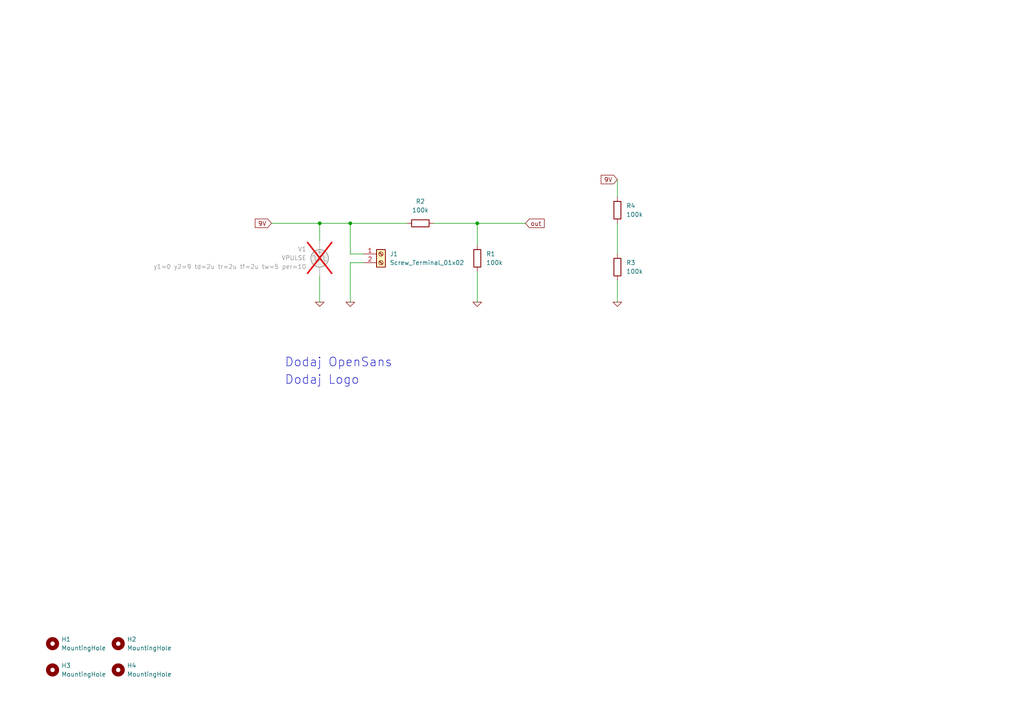
<source format=kicad_sch>
(kicad_sch
	(version 20231120)
	(generator "eeschema")
	(generator_version "8.0")
	(uuid "4bec5ddf-adbf-41fb-a069-c7630bb0044a")
	(paper "A4")
	(lib_symbols
		(symbol "Connector:Screw_Terminal_01x02"
			(pin_names
				(offset 1.016) hide)
			(exclude_from_sim no)
			(in_bom yes)
			(on_board yes)
			(property "Reference" "J"
				(at 0 2.54 0)
				(effects
					(font
						(size 1.27 1.27)
					)
				)
			)
			(property "Value" "Screw_Terminal_01x02"
				(at 0 -5.08 0)
				(effects
					(font
						(size 1.27 1.27)
					)
				)
			)
			(property "Footprint" ""
				(at 0 0 0)
				(effects
					(font
						(size 1.27 1.27)
					)
					(hide yes)
				)
			)
			(property "Datasheet" "~"
				(at 0 0 0)
				(effects
					(font
						(size 1.27 1.27)
					)
					(hide yes)
				)
			)
			(property "Description" "Generic screw terminal, single row, 01x02, script generated (kicad-library-utils/schlib/autogen/connector/)"
				(at 0 0 0)
				(effects
					(font
						(size 1.27 1.27)
					)
					(hide yes)
				)
			)
			(property "ki_keywords" "screw terminal"
				(at 0 0 0)
				(effects
					(font
						(size 1.27 1.27)
					)
					(hide yes)
				)
			)
			(property "ki_fp_filters" "TerminalBlock*:*"
				(at 0 0 0)
				(effects
					(font
						(size 1.27 1.27)
					)
					(hide yes)
				)
			)
			(symbol "Screw_Terminal_01x02_1_1"
				(rectangle
					(start -1.27 1.27)
					(end 1.27 -3.81)
					(stroke
						(width 0.254)
						(type default)
					)
					(fill
						(type background)
					)
				)
				(circle
					(center 0 -2.54)
					(radius 0.635)
					(stroke
						(width 0.1524)
						(type default)
					)
					(fill
						(type none)
					)
				)
				(polyline
					(pts
						(xy -0.5334 -2.2098) (xy 0.3302 -3.048)
					)
					(stroke
						(width 0.1524)
						(type default)
					)
					(fill
						(type none)
					)
				)
				(polyline
					(pts
						(xy -0.5334 0.3302) (xy 0.3302 -0.508)
					)
					(stroke
						(width 0.1524)
						(type default)
					)
					(fill
						(type none)
					)
				)
				(polyline
					(pts
						(xy -0.3556 -2.032) (xy 0.508 -2.8702)
					)
					(stroke
						(width 0.1524)
						(type default)
					)
					(fill
						(type none)
					)
				)
				(polyline
					(pts
						(xy -0.3556 0.508) (xy 0.508 -0.3302)
					)
					(stroke
						(width 0.1524)
						(type default)
					)
					(fill
						(type none)
					)
				)
				(circle
					(center 0 0)
					(radius 0.635)
					(stroke
						(width 0.1524)
						(type default)
					)
					(fill
						(type none)
					)
				)
				(pin passive line
					(at -5.08 0 0)
					(length 3.81)
					(name "Pin_1"
						(effects
							(font
								(size 1.27 1.27)
							)
						)
					)
					(number "1"
						(effects
							(font
								(size 1.27 1.27)
							)
						)
					)
				)
				(pin passive line
					(at -5.08 -2.54 0)
					(length 3.81)
					(name "Pin_2"
						(effects
							(font
								(size 1.27 1.27)
							)
						)
					)
					(number "2"
						(effects
							(font
								(size 1.27 1.27)
							)
						)
					)
				)
			)
		)
		(symbol "Device:R"
			(pin_numbers hide)
			(pin_names
				(offset 0)
			)
			(exclude_from_sim no)
			(in_bom yes)
			(on_board yes)
			(property "Reference" "R"
				(at 2.032 0 90)
				(effects
					(font
						(size 1.27 1.27)
					)
				)
			)
			(property "Value" "R"
				(at 0 0 90)
				(effects
					(font
						(size 1.27 1.27)
					)
				)
			)
			(property "Footprint" ""
				(at -1.778 0 90)
				(effects
					(font
						(size 1.27 1.27)
					)
					(hide yes)
				)
			)
			(property "Datasheet" "~"
				(at 0 0 0)
				(effects
					(font
						(size 1.27 1.27)
					)
					(hide yes)
				)
			)
			(property "Description" "Resistor"
				(at 0 0 0)
				(effects
					(font
						(size 1.27 1.27)
					)
					(hide yes)
				)
			)
			(property "ki_keywords" "R res resistor"
				(at 0 0 0)
				(effects
					(font
						(size 1.27 1.27)
					)
					(hide yes)
				)
			)
			(property "ki_fp_filters" "R_*"
				(at 0 0 0)
				(effects
					(font
						(size 1.27 1.27)
					)
					(hide yes)
				)
			)
			(symbol "R_0_1"
				(rectangle
					(start -1.016 -2.54)
					(end 1.016 2.54)
					(stroke
						(width 0.254)
						(type default)
					)
					(fill
						(type none)
					)
				)
			)
			(symbol "R_1_1"
				(pin passive line
					(at 0 3.81 270)
					(length 1.27)
					(name "~"
						(effects
							(font
								(size 1.27 1.27)
							)
						)
					)
					(number "1"
						(effects
							(font
								(size 1.27 1.27)
							)
						)
					)
				)
				(pin passive line
					(at 0 -3.81 90)
					(length 1.27)
					(name "~"
						(effects
							(font
								(size 1.27 1.27)
							)
						)
					)
					(number "2"
						(effects
							(font
								(size 1.27 1.27)
							)
						)
					)
				)
			)
		)
		(symbol "Mechanical:MountingHole"
			(pin_names
				(offset 1.016)
			)
			(exclude_from_sim no)
			(in_bom yes)
			(on_board yes)
			(property "Reference" "H"
				(at 0 5.08 0)
				(effects
					(font
						(size 1.27 1.27)
					)
				)
			)
			(property "Value" "MountingHole"
				(at 0 3.175 0)
				(effects
					(font
						(size 1.27 1.27)
					)
				)
			)
			(property "Footprint" ""
				(at 0 0 0)
				(effects
					(font
						(size 1.27 1.27)
					)
					(hide yes)
				)
			)
			(property "Datasheet" "~"
				(at 0 0 0)
				(effects
					(font
						(size 1.27 1.27)
					)
					(hide yes)
				)
			)
			(property "Description" "Mounting Hole without connection"
				(at 0 0 0)
				(effects
					(font
						(size 1.27 1.27)
					)
					(hide yes)
				)
			)
			(property "ki_keywords" "mounting hole"
				(at 0 0 0)
				(effects
					(font
						(size 1.27 1.27)
					)
					(hide yes)
				)
			)
			(property "ki_fp_filters" "MountingHole*"
				(at 0 0 0)
				(effects
					(font
						(size 1.27 1.27)
					)
					(hide yes)
				)
			)
			(symbol "MountingHole_0_1"
				(circle
					(center 0 0)
					(radius 1.27)
					(stroke
						(width 1.27)
						(type default)
					)
					(fill
						(type none)
					)
				)
			)
		)
		(symbol "Simulation_SPICE:0"
			(power)
			(pin_names
				(offset 0)
			)
			(exclude_from_sim no)
			(in_bom yes)
			(on_board yes)
			(property "Reference" "#GND"
				(at 0 -2.54 0)
				(effects
					(font
						(size 1.27 1.27)
					)
					(hide yes)
				)
			)
			(property "Value" "0"
				(at 0 -1.778 0)
				(effects
					(font
						(size 1.27 1.27)
					)
				)
			)
			(property "Footprint" ""
				(at 0 0 0)
				(effects
					(font
						(size 1.27 1.27)
					)
					(hide yes)
				)
			)
			(property "Datasheet" "~"
				(at 0 0 0)
				(effects
					(font
						(size 1.27 1.27)
					)
					(hide yes)
				)
			)
			(property "Description" "0V reference potential for simulation"
				(at 0 0 0)
				(effects
					(font
						(size 1.27 1.27)
					)
					(hide yes)
				)
			)
			(property "ki_keywords" "simulation"
				(at 0 0 0)
				(effects
					(font
						(size 1.27 1.27)
					)
					(hide yes)
				)
			)
			(symbol "0_0_1"
				(polyline
					(pts
						(xy -1.27 0) (xy 0 -1.27) (xy 1.27 0) (xy -1.27 0)
					)
					(stroke
						(width 0)
						(type default)
					)
					(fill
						(type none)
					)
				)
			)
			(symbol "0_1_1"
				(pin power_in line
					(at 0 0 0)
					(length 0) hide
					(name "0"
						(effects
							(font
								(size 1.016 1.016)
							)
						)
					)
					(number "1"
						(effects
							(font
								(size 1.016 1.016)
							)
						)
					)
				)
			)
		)
		(symbol "Simulation_SPICE:VPULSE"
			(pin_numbers hide)
			(pin_names
				(offset 0.0254)
			)
			(exclude_from_sim no)
			(in_bom yes)
			(on_board yes)
			(property "Reference" "V"
				(at 2.54 2.54 0)
				(effects
					(font
						(size 1.27 1.27)
					)
					(justify left)
				)
			)
			(property "Value" "VPULSE"
				(at 2.54 0 0)
				(effects
					(font
						(size 1.27 1.27)
					)
					(justify left)
				)
			)
			(property "Footprint" ""
				(at 0 0 0)
				(effects
					(font
						(size 1.27 1.27)
					)
					(hide yes)
				)
			)
			(property "Datasheet" "~"
				(at 0 0 0)
				(effects
					(font
						(size 1.27 1.27)
					)
					(hide yes)
				)
			)
			(property "Description" "Voltage source, pulse"
				(at 0 0 0)
				(effects
					(font
						(size 1.27 1.27)
					)
					(hide yes)
				)
			)
			(property "Sim.Pins" "1=+ 2=-"
				(at 0 0 0)
				(effects
					(font
						(size 1.27 1.27)
					)
					(hide yes)
				)
			)
			(property "Sim.Type" "PULSE"
				(at 0 0 0)
				(effects
					(font
						(size 1.27 1.27)
					)
					(hide yes)
				)
			)
			(property "Sim.Device" "V"
				(at 0 0 0)
				(effects
					(font
						(size 1.27 1.27)
					)
					(justify left)
					(hide yes)
				)
			)
			(property "Sim.Params" "y1=0 y2=1 td=2n tr=2n tf=2n tw=50n per=100n"
				(at 2.54 -2.54 0)
				(effects
					(font
						(size 1.27 1.27)
					)
					(justify left)
				)
			)
			(property "ki_keywords" "simulation"
				(at 0 0 0)
				(effects
					(font
						(size 1.27 1.27)
					)
					(hide yes)
				)
			)
			(symbol "VPULSE_0_0"
				(polyline
					(pts
						(xy -2.032 -0.762) (xy -1.397 -0.762) (xy -1.143 0.762) (xy -0.127 0.762) (xy 0.127 -0.762) (xy 1.143 -0.762)
						(xy 1.397 0.762) (xy 2.032 0.762)
					)
					(stroke
						(width 0)
						(type default)
					)
					(fill
						(type none)
					)
				)
				(text "+"
					(at 0 1.905 0)
					(effects
						(font
							(size 1.27 1.27)
						)
					)
				)
			)
			(symbol "VPULSE_0_1"
				(circle
					(center 0 0)
					(radius 2.54)
					(stroke
						(width 0.254)
						(type default)
					)
					(fill
						(type background)
					)
				)
			)
			(symbol "VPULSE_1_1"
				(pin passive line
					(at 0 5.08 270)
					(length 2.54)
					(name "~"
						(effects
							(font
								(size 1.27 1.27)
							)
						)
					)
					(number "1"
						(effects
							(font
								(size 1.27 1.27)
							)
						)
					)
				)
				(pin passive line
					(at 0 -5.08 90)
					(length 2.54)
					(name "~"
						(effects
							(font
								(size 1.27 1.27)
							)
						)
					)
					(number "2"
						(effects
							(font
								(size 1.27 1.27)
							)
						)
					)
				)
			)
		)
	)
	(junction
		(at 92.71 64.77)
		(diameter 0)
		(color 0 0 0 0)
		(uuid "061ac055-756f-4b23-a14a-b1d6810f3bca")
	)
	(junction
		(at 101.6 64.77)
		(diameter 0)
		(color 0 0 0 0)
		(uuid "12ef3b88-5076-4587-8112-d12311c87e1c")
	)
	(junction
		(at 138.43 64.77)
		(diameter 0)
		(color 0 0 0 0)
		(uuid "1fd5f1a5-5fe1-4a07-8f7d-5e6e20555f95")
	)
	(wire
		(pts
			(xy 125.73 64.77) (xy 138.43 64.77)
		)
		(stroke
			(width 0)
			(type default)
		)
		(uuid "02a9f816-abed-49fb-ba26-def08fd12fe4")
	)
	(wire
		(pts
			(xy 92.71 87.63) (xy 92.71 80.01)
		)
		(stroke
			(width 0)
			(type default)
		)
		(uuid "05f29058-09c8-4fcc-8dd5-2c3b9d759cdc")
	)
	(wire
		(pts
			(xy 92.71 69.85) (xy 92.71 64.77)
		)
		(stroke
			(width 0)
			(type default)
		)
		(uuid "0bffc241-1715-448b-a142-22b571345795")
	)
	(wire
		(pts
			(xy 101.6 76.2) (xy 105.41 76.2)
		)
		(stroke
			(width 0)
			(type default)
		)
		(uuid "1e5d4251-064b-45dc-871d-41dd0743c270")
	)
	(wire
		(pts
			(xy 179.07 87.63) (xy 179.07 81.28)
		)
		(stroke
			(width 0)
			(type default)
		)
		(uuid "2e098b6a-9625-4d67-89af-55c017595364")
	)
	(wire
		(pts
			(xy 92.71 64.77) (xy 101.6 64.77)
		)
		(stroke
			(width 0)
			(type default)
		)
		(uuid "4afdcfdd-fc18-4b34-b39f-d006d3229b2d")
	)
	(wire
		(pts
			(xy 78.74 64.77) (xy 92.71 64.77)
		)
		(stroke
			(width 0)
			(type default)
		)
		(uuid "58ea96dd-1366-49c0-a8b7-a913eda230c2")
	)
	(wire
		(pts
			(xy 105.41 73.66) (xy 101.6 73.66)
		)
		(stroke
			(width 0)
			(type default)
		)
		(uuid "5ee097a4-201c-4fc3-b7b3-1c647e24d67b")
	)
	(wire
		(pts
			(xy 101.6 76.2) (xy 101.6 87.63)
		)
		(stroke
			(width 0)
			(type default)
		)
		(uuid "654194b6-c984-4ad6-b388-8ac8aa8f331f")
	)
	(wire
		(pts
			(xy 179.07 64.77) (xy 179.07 73.66)
		)
		(stroke
			(width 0)
			(type default)
		)
		(uuid "695dcc46-53f5-4927-84a0-d22ea12d4afb")
	)
	(wire
		(pts
			(xy 101.6 64.77) (xy 101.6 73.66)
		)
		(stroke
			(width 0)
			(type default)
		)
		(uuid "a12a9e2a-d8be-447f-896e-3ec1528749b4")
	)
	(wire
		(pts
			(xy 138.43 87.63) (xy 138.43 78.74)
		)
		(stroke
			(width 0)
			(type default)
		)
		(uuid "b3619b08-123f-417a-b4e5-390ed824ed52")
	)
	(wire
		(pts
			(xy 179.07 52.07) (xy 179.07 57.15)
		)
		(stroke
			(width 0)
			(type default)
		)
		(uuid "b76d8e72-3b38-45f6-a168-9bf785d9c53d")
	)
	(wire
		(pts
			(xy 138.43 64.77) (xy 152.4 64.77)
		)
		(stroke
			(width 0)
			(type default)
		)
		(uuid "f5c48402-6d3c-480f-b57b-ab8740868dc4")
	)
	(wire
		(pts
			(xy 138.43 64.77) (xy 138.43 71.12)
		)
		(stroke
			(width 0)
			(type default)
		)
		(uuid "f6f2115a-0e12-46af-8744-5d12f32c913c")
	)
	(wire
		(pts
			(xy 101.6 64.77) (xy 118.11 64.77)
		)
		(stroke
			(width 0)
			(type default)
		)
		(uuid "fbe6fe33-4528-4fd7-95dd-e5c3ab6923f5")
	)
	(text "Dodaj OpenSans\n"
		(exclude_from_sim no)
		(at 82.55 106.68 0)
		(effects
			(font
				(size 2.54 2.54)
			)
			(justify left bottom)
		)
		(uuid "d4eaf2be-206c-4c03-b299-2b2340b4837a")
	)
	(text "Dodaj Logo"
		(exclude_from_sim no)
		(at 82.55 111.76 0)
		(effects
			(font
				(size 2.54 2.54)
			)
			(justify left bottom)
		)
		(uuid "ff86bc8f-d91c-4009-a23f-f239e43f7334")
	)
	(global_label "9V"
		(shape input)
		(at 179.07 52.07 180)
		(fields_autoplaced yes)
		(effects
			(font
				(size 1.27 1.27)
			)
			(justify right)
		)
		(uuid "009c3c26-bbc7-4a81-adfb-b17a46a7c7eb")
		(property "Intersheetrefs" "${INTERSHEET_REFS}"
			(at 173.7867 52.07 0)
			(effects
				(font
					(size 1.27 1.27)
				)
				(justify right)
				(hide yes)
			)
		)
	)
	(global_label "out"
		(shape input)
		(at 152.4 64.77 0)
		(fields_autoplaced yes)
		(effects
			(font
				(size 1.27 1.27)
			)
			(justify left)
		)
		(uuid "2a8e6089-4297-4e34-b64f-406547ba45ec")
		(property "Intersheetrefs" "${INTERSHEET_REFS}"
			(at 158.4089 64.77 0)
			(effects
				(font
					(size 1.27 1.27)
				)
				(justify left)
				(hide yes)
			)
		)
	)
	(global_label "9V"
		(shape input)
		(at 78.74 64.77 180)
		(fields_autoplaced yes)
		(effects
			(font
				(size 1.27 1.27)
			)
			(justify right)
		)
		(uuid "f557f870-6070-47b0-86b6-441073acc03c")
		(property "Intersheetrefs" "${INTERSHEET_REFS}"
			(at 73.4567 64.77 0)
			(effects
				(font
					(size 1.27 1.27)
				)
				(justify right)
				(hide yes)
			)
		)
	)
	(symbol
		(lib_id "Mechanical:MountingHole")
		(at 15.24 194.31 0)
		(unit 1)
		(exclude_from_sim no)
		(in_bom yes)
		(on_board yes)
		(dnp no)
		(fields_autoplaced yes)
		(uuid "0c3764e9-1df8-4553-89ea-56bfbfbc7b81")
		(property "Reference" "H3"
			(at 17.78 193.04 0)
			(effects
				(font
					(size 1.27 1.27)
				)
				(justify left)
			)
		)
		(property "Value" "MountingHole"
			(at 17.78 195.58 0)
			(effects
				(font
					(size 1.27 1.27)
				)
				(justify left)
			)
		)
		(property "Footprint" "MountingHole:MountingHole_3.2mm_M3_ISO14580_Pad_TopBottom"
			(at 15.24 194.31 0)
			(effects
				(font
					(size 1.27 1.27)
				)
				(hide yes)
			)
		)
		(property "Datasheet" "~"
			(at 15.24 194.31 0)
			(effects
				(font
					(size 1.27 1.27)
				)
				(hide yes)
			)
		)
		(property "Description" ""
			(at 15.24 194.31 0)
			(effects
				(font
					(size 1.27 1.27)
				)
				(hide yes)
			)
		)
		(instances
			(project "45x45_template"
				(path "/4bec5ddf-adbf-41fb-a069-c7630bb0044a"
					(reference "H3")
					(unit 1)
				)
			)
		)
	)
	(symbol
		(lib_id "Simulation_SPICE:0")
		(at 138.43 87.63 0)
		(unit 1)
		(exclude_from_sim no)
		(in_bom yes)
		(on_board yes)
		(dnp no)
		(fields_autoplaced yes)
		(uuid "13556bd4-965f-4666-a2e9-4646a69c66d5")
		(property "Reference" "#GND02"
			(at 138.43 90.17 0)
			(effects
				(font
					(size 1.27 1.27)
				)
				(hide yes)
			)
		)
		(property "Value" "0"
			(at 138.43 85.09 0)
			(effects
				(font
					(size 1.27 1.27)
				)
				(hide yes)
			)
		)
		(property "Footprint" ""
			(at 138.43 87.63 0)
			(effects
				(font
					(size 1.27 1.27)
				)
				(hide yes)
			)
		)
		(property "Datasheet" "~"
			(at 138.43 87.63 0)
			(effects
				(font
					(size 1.27 1.27)
				)
				(hide yes)
			)
		)
		(property "Description" ""
			(at 138.43 87.63 0)
			(effects
				(font
					(size 1.27 1.27)
				)
				(hide yes)
			)
		)
		(pin "1"
			(uuid "0bf5b3a6-1573-4e4e-b5f4-7310ce6eaea0")
		)
		(instances
			(project "45x45_template"
				(path "/4bec5ddf-adbf-41fb-a069-c7630bb0044a"
					(reference "#GND02")
					(unit 1)
				)
			)
		)
	)
	(symbol
		(lib_id "Device:R")
		(at 121.92 64.77 90)
		(unit 1)
		(exclude_from_sim no)
		(in_bom yes)
		(on_board yes)
		(dnp no)
		(fields_autoplaced yes)
		(uuid "1953542e-212a-4831-a35c-6aa8dca24f58")
		(property "Reference" "R2"
			(at 121.92 58.42 90)
			(effects
				(font
					(size 1.27 1.27)
				)
			)
		)
		(property "Value" "100k"
			(at 121.92 60.96 90)
			(effects
				(font
					(size 1.27 1.27)
				)
			)
		)
		(property "Footprint" "Resistor_SMD:R_1206_3216Metric_Pad1.30x1.75mm_HandSolder"
			(at 121.92 66.548 90)
			(effects
				(font
					(size 1.27 1.27)
				)
				(hide yes)
			)
		)
		(property "Datasheet" "~"
			(at 121.92 64.77 0)
			(effects
				(font
					(size 1.27 1.27)
				)
				(hide yes)
			)
		)
		(property "Description" ""
			(at 121.92 64.77 0)
			(effects
				(font
					(size 1.27 1.27)
				)
				(hide yes)
			)
		)
		(pin "1"
			(uuid "00d4672e-8960-4ae4-a2a6-729292696d53")
		)
		(pin "2"
			(uuid "92a56ba7-ca1f-4d97-91b8-79ee182e5cba")
		)
		(instances
			(project "45x45_template"
				(path "/4bec5ddf-adbf-41fb-a069-c7630bb0044a"
					(reference "R2")
					(unit 1)
				)
			)
		)
	)
	(symbol
		(lib_id "Simulation_SPICE:0")
		(at 92.71 87.63 0)
		(mirror y)
		(unit 1)
		(exclude_from_sim no)
		(in_bom yes)
		(on_board yes)
		(dnp no)
		(fields_autoplaced yes)
		(uuid "20542378-8759-45d1-b48c-c98b95685c12")
		(property "Reference" "#GND04"
			(at 92.71 90.17 0)
			(effects
				(font
					(size 1.27 1.27)
				)
				(hide yes)
			)
		)
		(property "Value" "0"
			(at 92.71 85.09 0)
			(effects
				(font
					(size 1.27 1.27)
				)
				(hide yes)
			)
		)
		(property "Footprint" ""
			(at 92.71 87.63 0)
			(effects
				(font
					(size 1.27 1.27)
				)
				(hide yes)
			)
		)
		(property "Datasheet" "~"
			(at 92.71 87.63 0)
			(effects
				(font
					(size 1.27 1.27)
				)
				(hide yes)
			)
		)
		(property "Description" ""
			(at 92.71 87.63 0)
			(effects
				(font
					(size 1.27 1.27)
				)
				(hide yes)
			)
		)
		(pin "1"
			(uuid "f3443959-d2a2-4f1c-bc78-db38addacad9")
		)
		(instances
			(project "45x45_template"
				(path "/4bec5ddf-adbf-41fb-a069-c7630bb0044a"
					(reference "#GND04")
					(unit 1)
				)
			)
		)
	)
	(symbol
		(lib_id "Device:R")
		(at 179.07 77.47 0)
		(unit 1)
		(exclude_from_sim no)
		(in_bom yes)
		(on_board yes)
		(dnp no)
		(fields_autoplaced yes)
		(uuid "43910248-d1e5-4e1f-8aca-f22550411473")
		(property "Reference" "R3"
			(at 181.61 76.2 0)
			(effects
				(font
					(size 1.27 1.27)
				)
				(justify left)
			)
		)
		(property "Value" "100k"
			(at 181.61 78.74 0)
			(effects
				(font
					(size 1.27 1.27)
				)
				(justify left)
			)
		)
		(property "Footprint" "Resistor_THT:R_Axial_DIN0207_L6.3mm_D2.5mm_P15.24mm_Horizontal"
			(at 177.292 77.47 90)
			(effects
				(font
					(size 1.27 1.27)
				)
				(hide yes)
			)
		)
		(property "Datasheet" "~"
			(at 179.07 77.47 0)
			(effects
				(font
					(size 1.27 1.27)
				)
				(hide yes)
			)
		)
		(property "Description" ""
			(at 179.07 77.47 0)
			(effects
				(font
					(size 1.27 1.27)
				)
				(hide yes)
			)
		)
		(pin "1"
			(uuid "865c795f-4d6b-437f-a459-9168bf9358ca")
		)
		(pin "2"
			(uuid "40461c39-e900-442c-a4a6-4d191e293c4a")
		)
		(instances
			(project "45x45_template"
				(path "/4bec5ddf-adbf-41fb-a069-c7630bb0044a"
					(reference "R3")
					(unit 1)
				)
			)
		)
	)
	(symbol
		(lib_id "Connector:Screw_Terminal_01x02")
		(at 110.49 73.66 0)
		(unit 1)
		(exclude_from_sim yes)
		(in_bom yes)
		(on_board yes)
		(dnp no)
		(uuid "45364a6e-544b-4694-81d4-74b98dc02c1e")
		(property "Reference" "J1"
			(at 113.03 73.66 0)
			(effects
				(font
					(size 1.27 1.27)
				)
				(justify left)
			)
		)
		(property "Value" "Screw_Terminal_01x02"
			(at 113.03 76.2 0)
			(effects
				(font
					(size 1.27 1.27)
				)
				(justify left)
			)
		)
		(property "Footprint" "TerminalBlock_Phoenix:TerminalBlock_Phoenix_MKDS-1,5-2-5.08_1x02_P5.08mm_Horizontal"
			(at 110.49 73.66 0)
			(effects
				(font
					(size 1.27 1.27)
				)
				(hide yes)
			)
		)
		(property "Datasheet" "~"
			(at 110.49 73.66 0)
			(effects
				(font
					(size 1.27 1.27)
				)
				(hide yes)
			)
		)
		(property "Description" ""
			(at 110.49 73.66 0)
			(effects
				(font
					(size 1.27 1.27)
				)
				(hide yes)
			)
		)
		(pin "1"
			(uuid "47170e2e-fb57-4092-8466-8b037f490e80")
		)
		(pin "2"
			(uuid "a2ae4514-8540-4a08-baf5-eaa275955b29")
		)
		(instances
			(project "45x45_template"
				(path "/4bec5ddf-adbf-41fb-a069-c7630bb0044a"
					(reference "J1")
					(unit 1)
				)
			)
		)
	)
	(symbol
		(lib_id "Simulation_SPICE:VPULSE")
		(at 92.71 74.93 0)
		(mirror y)
		(unit 1)
		(exclude_from_sim no)
		(in_bom no)
		(on_board no)
		(dnp yes)
		(fields_autoplaced yes)
		(uuid "55b6abb5-0ae7-47a8-ac78-edb478e972b5")
		(property "Reference" "V1"
			(at 88.9 72.2602 0)
			(effects
				(font
					(size 1.27 1.27)
				)
				(justify left)
			)
		)
		(property "Value" "VPULSE"
			(at 88.9 74.8002 0)
			(effects
				(font
					(size 1.27 1.27)
				)
				(justify left)
			)
		)
		(property "Footprint" ""
			(at 92.71 74.93 0)
			(effects
				(font
					(size 1.27 1.27)
				)
				(hide yes)
			)
		)
		(property "Datasheet" "~"
			(at 92.71 74.93 0)
			(effects
				(font
					(size 1.27 1.27)
				)
				(hide yes)
			)
		)
		(property "Description" ""
			(at 92.71 74.93 0)
			(effects
				(font
					(size 1.27 1.27)
				)
				(hide yes)
			)
		)
		(property "Sim.Pins" "1=+ 2=-"
			(at 92.71 74.93 0)
			(effects
				(font
					(size 1.27 1.27)
				)
				(hide yes)
			)
		)
		(property "Sim.Type" "PULSE"
			(at 92.71 74.93 0)
			(effects
				(font
					(size 1.27 1.27)
				)
				(hide yes)
			)
		)
		(property "Sim.Device" "V"
			(at 92.71 74.93 0)
			(effects
				(font
					(size 1.27 1.27)
				)
				(justify left)
				(hide yes)
			)
		)
		(property "Sim.Params" "y1=0 y2=9 td=2u tr=2u tf=2u tw=5 per=10"
			(at 88.9 77.3402 0)
			(effects
				(font
					(size 1.27 1.27)
				)
				(justify left)
			)
		)
		(pin "2"
			(uuid "bdd2021b-2b34-43eb-827c-746a138d91d0")
		)
		(pin "1"
			(uuid "0247644f-34d3-41d3-ab61-e08d23a9e1e5")
		)
		(instances
			(project "45x45_template"
				(path "/4bec5ddf-adbf-41fb-a069-c7630bb0044a"
					(reference "V1")
					(unit 1)
				)
			)
		)
	)
	(symbol
		(lib_id "Mechanical:MountingHole")
		(at 34.29 186.69 0)
		(unit 1)
		(exclude_from_sim no)
		(in_bom yes)
		(on_board yes)
		(dnp no)
		(fields_autoplaced yes)
		(uuid "7380b1a0-f8b2-466b-b83a-f01ec9a63e25")
		(property "Reference" "H2"
			(at 36.83 185.42 0)
			(effects
				(font
					(size 1.27 1.27)
				)
				(justify left)
			)
		)
		(property "Value" "MountingHole"
			(at 36.83 187.96 0)
			(effects
				(font
					(size 1.27 1.27)
				)
				(justify left)
			)
		)
		(property "Footprint" "MountingHole:MountingHole_3.2mm_M3_ISO14580_Pad_TopBottom"
			(at 34.29 186.69 0)
			(effects
				(font
					(size 1.27 1.27)
				)
				(hide yes)
			)
		)
		(property "Datasheet" "~"
			(at 34.29 186.69 0)
			(effects
				(font
					(size 1.27 1.27)
				)
				(hide yes)
			)
		)
		(property "Description" ""
			(at 34.29 186.69 0)
			(effects
				(font
					(size 1.27 1.27)
				)
				(hide yes)
			)
		)
		(instances
			(project "45x45_template"
				(path "/4bec5ddf-adbf-41fb-a069-c7630bb0044a"
					(reference "H2")
					(unit 1)
				)
			)
		)
	)
	(symbol
		(lib_id "Mechanical:MountingHole")
		(at 15.24 186.69 0)
		(unit 1)
		(exclude_from_sim no)
		(in_bom yes)
		(on_board yes)
		(dnp no)
		(fields_autoplaced yes)
		(uuid "89b32dda-3684-4232-b25f-42934ae80d4f")
		(property "Reference" "H1"
			(at 17.78 185.42 0)
			(effects
				(font
					(size 1.27 1.27)
				)
				(justify left)
			)
		)
		(property "Value" "MountingHole"
			(at 17.78 187.96 0)
			(effects
				(font
					(size 1.27 1.27)
				)
				(justify left)
			)
		)
		(property "Footprint" "MountingHole:MountingHole_3.2mm_M3_ISO14580_Pad_TopBottom"
			(at 15.24 186.69 0)
			(effects
				(font
					(size 1.27 1.27)
				)
				(hide yes)
			)
		)
		(property "Datasheet" "~"
			(at 15.24 186.69 0)
			(effects
				(font
					(size 1.27 1.27)
				)
				(hide yes)
			)
		)
		(property "Description" ""
			(at 15.24 186.69 0)
			(effects
				(font
					(size 1.27 1.27)
				)
				(hide yes)
			)
		)
		(instances
			(project "45x45_template"
				(path "/4bec5ddf-adbf-41fb-a069-c7630bb0044a"
					(reference "H1")
					(unit 1)
				)
			)
		)
	)
	(symbol
		(lib_id "Device:R")
		(at 138.43 74.93 0)
		(unit 1)
		(exclude_from_sim no)
		(in_bom yes)
		(on_board yes)
		(dnp no)
		(fields_autoplaced yes)
		(uuid "98593d6f-2bfb-4df4-af64-aa9e234246ac")
		(property "Reference" "R1"
			(at 140.97 73.66 0)
			(effects
				(font
					(size 1.27 1.27)
				)
				(justify left)
			)
		)
		(property "Value" "100k"
			(at 140.97 76.2 0)
			(effects
				(font
					(size 1.27 1.27)
				)
				(justify left)
			)
		)
		(property "Footprint" "Resistor_SMD:R_1206_3216Metric_Pad1.30x1.75mm_HandSolder"
			(at 136.652 74.93 90)
			(effects
				(font
					(size 1.27 1.27)
				)
				(hide yes)
			)
		)
		(property "Datasheet" "~"
			(at 138.43 74.93 0)
			(effects
				(font
					(size 1.27 1.27)
				)
				(hide yes)
			)
		)
		(property "Description" ""
			(at 138.43 74.93 0)
			(effects
				(font
					(size 1.27 1.27)
				)
				(hide yes)
			)
		)
		(pin "1"
			(uuid "86863f3b-3cf2-40a5-bdbe-cdd5a5b5cb9e")
		)
		(pin "2"
			(uuid "e255f44e-c373-4196-98ec-f0ca75a7de40")
		)
		(instances
			(project "45x45_template"
				(path "/4bec5ddf-adbf-41fb-a069-c7630bb0044a"
					(reference "R1")
					(unit 1)
				)
			)
		)
	)
	(symbol
		(lib_id "Mechanical:MountingHole")
		(at 34.29 194.31 0)
		(unit 1)
		(exclude_from_sim no)
		(in_bom yes)
		(on_board yes)
		(dnp no)
		(fields_autoplaced yes)
		(uuid "a659e5e8-81b3-4c67-aafb-95f68da7b68f")
		(property "Reference" "H4"
			(at 36.83 193.04 0)
			(effects
				(font
					(size 1.27 1.27)
				)
				(justify left)
			)
		)
		(property "Value" "MountingHole"
			(at 36.83 195.58 0)
			(effects
				(font
					(size 1.27 1.27)
				)
				(justify left)
			)
		)
		(property "Footprint" "MountingHole:MountingHole_3.2mm_M3_ISO14580_Pad_TopBottom"
			(at 34.29 194.31 0)
			(effects
				(font
					(size 1.27 1.27)
				)
				(hide yes)
			)
		)
		(property "Datasheet" "~"
			(at 34.29 194.31 0)
			(effects
				(font
					(size 1.27 1.27)
				)
				(hide yes)
			)
		)
		(property "Description" ""
			(at 34.29 194.31 0)
			(effects
				(font
					(size 1.27 1.27)
				)
				(hide yes)
			)
		)
		(instances
			(project "45x45_template"
				(path "/4bec5ddf-adbf-41fb-a069-c7630bb0044a"
					(reference "H4")
					(unit 1)
				)
			)
		)
	)
	(symbol
		(lib_id "Simulation_SPICE:0")
		(at 179.07 87.63 0)
		(unit 1)
		(exclude_from_sim no)
		(in_bom yes)
		(on_board yes)
		(dnp no)
		(fields_autoplaced yes)
		(uuid "c2ece368-bfbe-4ed2-9b66-e5f8b1f3c184")
		(property "Reference" "#GND01"
			(at 179.07 90.17 0)
			(effects
				(font
					(size 1.27 1.27)
				)
				(hide yes)
			)
		)
		(property "Value" "0"
			(at 179.07 85.09 0)
			(effects
				(font
					(size 1.27 1.27)
				)
				(hide yes)
			)
		)
		(property "Footprint" ""
			(at 179.07 87.63 0)
			(effects
				(font
					(size 1.27 1.27)
				)
				(hide yes)
			)
		)
		(property "Datasheet" "~"
			(at 179.07 87.63 0)
			(effects
				(font
					(size 1.27 1.27)
				)
				(hide yes)
			)
		)
		(property "Description" ""
			(at 179.07 87.63 0)
			(effects
				(font
					(size 1.27 1.27)
				)
				(hide yes)
			)
		)
		(pin "1"
			(uuid "cb38ab3f-c8cb-4537-9186-559d1fa19546")
		)
		(instances
			(project "45x45_template"
				(path "/4bec5ddf-adbf-41fb-a069-c7630bb0044a"
					(reference "#GND01")
					(unit 1)
				)
			)
		)
	)
	(symbol
		(lib_id "Simulation_SPICE:0")
		(at 101.6 87.63 0)
		(unit 1)
		(exclude_from_sim no)
		(in_bom yes)
		(on_board yes)
		(dnp no)
		(fields_autoplaced yes)
		(uuid "f2ac4775-877a-4141-8907-ad233a8a7296")
		(property "Reference" "#GND03"
			(at 101.6 90.17 0)
			(effects
				(font
					(size 1.27 1.27)
				)
				(hide yes)
			)
		)
		(property "Value" "0"
			(at 101.6 85.09 0)
			(effects
				(font
					(size 1.27 1.27)
				)
				(hide yes)
			)
		)
		(property "Footprint" ""
			(at 101.6 87.63 0)
			(effects
				(font
					(size 1.27 1.27)
				)
				(hide yes)
			)
		)
		(property "Datasheet" "~"
			(at 101.6 87.63 0)
			(effects
				(font
					(size 1.27 1.27)
				)
				(hide yes)
			)
		)
		(property "Description" ""
			(at 101.6 87.63 0)
			(effects
				(font
					(size 1.27 1.27)
				)
				(hide yes)
			)
		)
		(pin "1"
			(uuid "c0e9d8dc-d3e0-4034-8596-7e482772d8d1")
		)
		(instances
			(project "45x45_template"
				(path "/4bec5ddf-adbf-41fb-a069-c7630bb0044a"
					(reference "#GND03")
					(unit 1)
				)
			)
		)
	)
	(symbol
		(lib_id "Device:R")
		(at 179.07 60.96 180)
		(unit 1)
		(exclude_from_sim no)
		(in_bom yes)
		(on_board yes)
		(dnp no)
		(fields_autoplaced yes)
		(uuid "fa8476f3-e2d6-4341-a6a5-9707c854dbee")
		(property "Reference" "R4"
			(at 181.61 59.69 0)
			(effects
				(font
					(size 1.27 1.27)
				)
				(justify right)
			)
		)
		(property "Value" "100k"
			(at 181.61 62.23 0)
			(effects
				(font
					(size 1.27 1.27)
				)
				(justify right)
			)
		)
		(property "Footprint" "Resistor_THT:R_Axial_DIN0207_L6.3mm_D2.5mm_P15.24mm_Horizontal"
			(at 180.848 60.96 90)
			(effects
				(font
					(size 1.27 1.27)
				)
				(hide yes)
			)
		)
		(property "Datasheet" "~"
			(at 179.07 60.96 0)
			(effects
				(font
					(size 1.27 1.27)
				)
				(hide yes)
			)
		)
		(property "Description" ""
			(at 179.07 60.96 0)
			(effects
				(font
					(size 1.27 1.27)
				)
				(hide yes)
			)
		)
		(pin "1"
			(uuid "7bb17628-5640-4ff7-84f5-cc95fe714874")
		)
		(pin "2"
			(uuid "72a51310-3e60-401c-a97b-440e7ba0acc0")
		)
		(instances
			(project "45x45_template"
				(path "/4bec5ddf-adbf-41fb-a069-c7630bb0044a"
					(reference "R4")
					(unit 1)
				)
			)
		)
	)
	(sheet_instances
		(path "/"
			(page "1")
		)
	)
)

</source>
